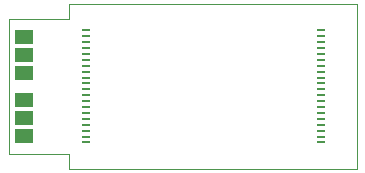
<source format=gtp>
G75*
%MOIN*%
%OFA0B0*%
%FSLAX24Y24*%
%IPPOS*%
%LPD*%
%AMOC8*
5,1,8,0,0,1.08239X$1,22.5*
%
%ADD10C,0.0000*%
%ADD11R,0.0276X0.0079*%
%ADD12R,0.0630X0.0460*%
D10*
X001026Y001006D02*
X003026Y001006D01*
X003026Y000506D01*
X012626Y000506D01*
X012626Y006006D01*
X003026Y006006D01*
X003026Y005506D01*
X001026Y005506D01*
X001026Y001006D01*
D11*
X003608Y001386D03*
X003608Y001583D03*
X003608Y001779D03*
X003608Y001976D03*
X003608Y002173D03*
X003608Y002370D03*
X003608Y002567D03*
X003608Y002764D03*
X003608Y002961D03*
X003608Y003157D03*
X003608Y003354D03*
X003608Y003551D03*
X003608Y003748D03*
X003608Y003945D03*
X003608Y004142D03*
X003608Y004339D03*
X003608Y004535D03*
X003608Y004732D03*
X003608Y004929D03*
X003608Y005126D03*
X011443Y005126D03*
X011443Y004929D03*
X011443Y004732D03*
X011443Y004535D03*
X011443Y004339D03*
X011443Y004142D03*
X011443Y003945D03*
X011443Y003748D03*
X011443Y003551D03*
X011443Y003354D03*
X011443Y003157D03*
X011443Y002961D03*
X011443Y002764D03*
X011443Y002567D03*
X011443Y002370D03*
X011443Y002173D03*
X011443Y001976D03*
X011443Y001779D03*
X011443Y001583D03*
X011443Y001386D03*
D12*
X001526Y001606D03*
X001526Y002206D03*
X001526Y002806D03*
X001526Y003706D03*
X001526Y004306D03*
X001526Y004906D03*
M02*

</source>
